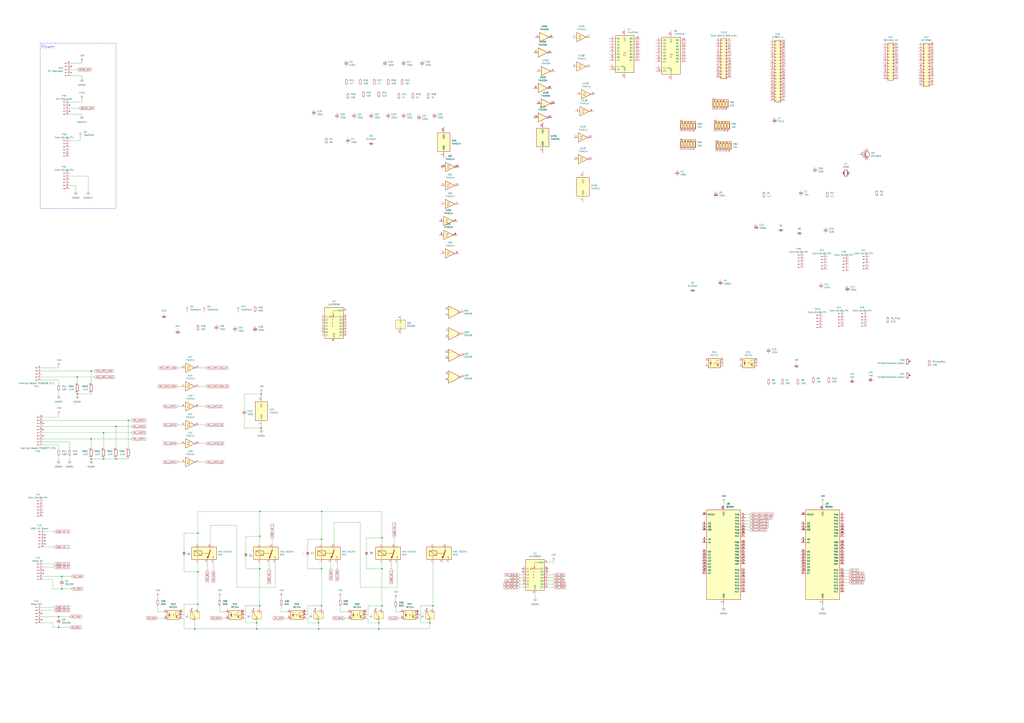
<source format=kicad_sch>
(kicad_sch
	(version 20231120)
	(generator "eeschema")
	(generator_version "8.0")
	(uuid "66cc26d7-ea0d-448d-81d6-18da17cae3ad")
	(paper "A1")
	
	(junction
		(at 74.93 360.68)
		(diameter 0)
		(color 0 0 0 0)
		(uuid "08c15c08-1b81-4088-aa4b-fe10715036b3")
	)
	(junction
		(at 50.8 473.71)
		(diameter 0)
		(color 0 0 0 0)
		(uuid "0b13f8df-1c20-4a73-a47a-98ac97815d26")
	)
	(junction
		(at 85.09 355.6)
		(diameter 0)
		(color 0 0 0 0)
		(uuid "0d22a4c5-ebea-4a21-aa06-0669e0bf5c29")
	)
	(junction
		(at 261.62 511.81)
		(diameter 0)
		(color 0 0 0 0)
		(uuid "10dae70c-302d-49d0-ba6e-3b81f529c56e")
	)
	(junction
		(at 261.62 516.89)
		(diameter 0)
		(color 0 0 0 0)
		(uuid "25ddcb7a-98b1-490f-9cf8-c98a9f58996b")
	)
	(junction
		(at 95.25 377.19)
		(diameter 0)
		(color 0 0 0 0)
		(uuid "32f7feff-6e54-4f59-846f-591acbf7f46a")
	)
	(junction
		(at 311.15 516.89)
		(diameter 0)
		(color 0 0 0 0)
		(uuid "356df096-b276-4fc8-9291-a01a55caa681")
	)
	(junction
		(at 95.25 350.52)
		(diameter 0)
		(color 0 0 0 0)
		(uuid "3b88e94c-3d6f-4b30-a218-30dbe5a8ec2f")
	)
	(junction
		(at 160.02 516.89)
		(diameter 0)
		(color 0 0 0 0)
		(uuid "3bc20b50-851f-4e99-b35f-de81d16737fb")
	)
	(junction
		(at 213.36 420.37)
		(diameter 0)
		(color 0 0 0 0)
		(uuid "3c9259eb-cbc3-43a4-b7a4-ed840d4168c3")
	)
	(junction
		(at 63.5 323.85)
		(diameter 0)
		(color 0 0 0 0)
		(uuid "44c1963b-43b8-41b8-9165-63
... [351931 chars truncated]
</source>
